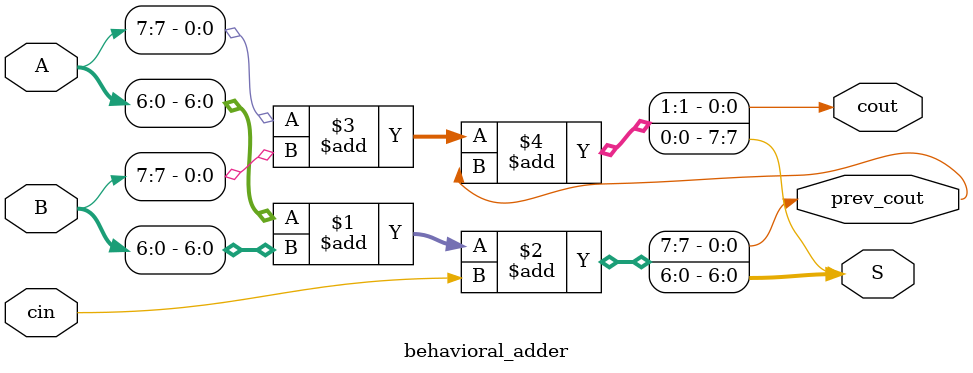
<source format=sv>

module behavioral_adder#(
    parameter WIDTH = 8
)(
    input  logic [WIDTH-1:0] A,
    input  logic [WIDTH-1:0] B,
    input  logic             cin,
    output logic [WIDTH-1:0] S,
    output logic             prev_cout,   //cout[N-1]
    output logic             cout         //cout[N]
);


    assign {prev_cout, S[WIDTH-2:0]}    = A[WIDTH-2:0]    + B[WIDTH-2:0]    + cin;
    assign {cout,      S[WIDTH-1 -: 1]} = A[WIDTH-1 -: 1] + B[WIDTH-1 -: 1] + prev_cout;


endmodule: behavioral_adder
</source>
